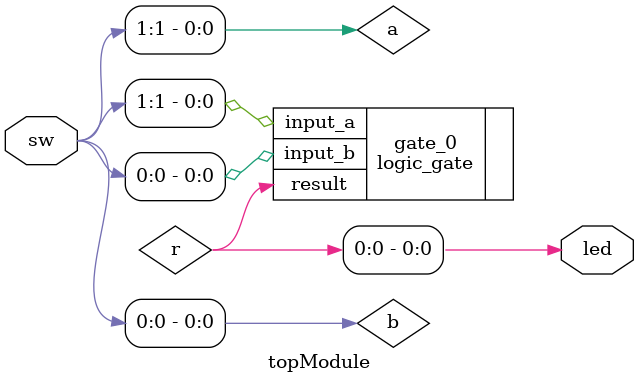
<source format=v>
`timescale 1ns / 1ps


module topModule(
    input[1:0]sw,
    output[3:0]led
    );
    
    wire a,b;
    wire r;
    
    assign a = sw[1];
    assign b = sw[0];
    assign led[0] = r;
    
    
     logic_gate gate_0 (
        .input_a(a),
        .input_b(b),
        .result(r)
    );
    
endmodule

</source>
